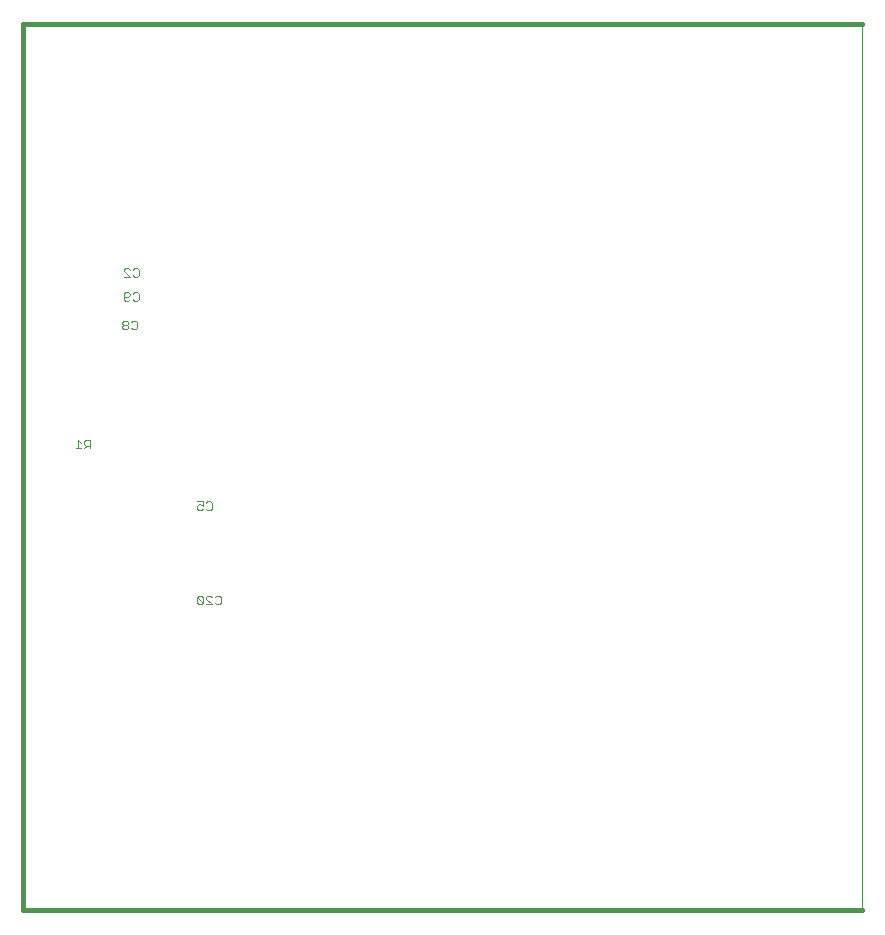
<source format=gbo>
G75*
%MOIN*%
%OFA0B0*%
%FSLAX25Y25*%
%IPPOS*%
%LPD*%
%AMOC8*
5,1,8,0,0,1.08239X$1,22.5*
%
%ADD10C,0.01600*%
%ADD11C,0.00100*%
%ADD12C,0.00300*%
D10*
X0027500Y0001800D02*
X0027500Y0297076D01*
X0307028Y0297076D01*
X0307028Y0001800D02*
X0027500Y0001800D01*
D11*
X0307028Y0001800D02*
X0307028Y0297076D01*
D12*
X0093190Y0106169D02*
X0093190Y0104234D01*
X0092706Y0103750D01*
X0091738Y0103750D01*
X0091255Y0104234D01*
X0090243Y0103750D02*
X0088308Y0105685D01*
X0088308Y0106169D01*
X0088792Y0106652D01*
X0089759Y0106652D01*
X0090243Y0106169D01*
X0091255Y0106169D02*
X0091738Y0106652D01*
X0092706Y0106652D01*
X0093190Y0106169D01*
X0090243Y0103750D02*
X0088308Y0103750D01*
X0087297Y0104234D02*
X0085362Y0106169D01*
X0085362Y0104234D01*
X0085845Y0103750D01*
X0086813Y0103750D01*
X0087297Y0104234D01*
X0087297Y0106169D01*
X0086813Y0106652D01*
X0085845Y0106652D01*
X0085362Y0106169D01*
X0085845Y0135250D02*
X0086813Y0135250D01*
X0087297Y0135734D01*
X0087297Y0136701D02*
X0086329Y0137185D01*
X0085845Y0137185D01*
X0085362Y0136701D01*
X0085362Y0135734D01*
X0085845Y0135250D01*
X0087297Y0136701D02*
X0087297Y0138152D01*
X0085362Y0138152D01*
X0088308Y0137669D02*
X0088792Y0138152D01*
X0089759Y0138152D01*
X0090243Y0137669D01*
X0090243Y0135734D01*
X0089759Y0135250D01*
X0088792Y0135250D01*
X0088308Y0135734D01*
X0049743Y0155750D02*
X0049743Y0158652D01*
X0048292Y0158652D01*
X0047808Y0158169D01*
X0047808Y0157201D01*
X0048292Y0156717D01*
X0049743Y0156717D01*
X0048776Y0156717D02*
X0047808Y0155750D01*
X0046797Y0155750D02*
X0044862Y0155750D01*
X0045829Y0155750D02*
X0045829Y0158652D01*
X0046797Y0157685D01*
X0060952Y0195450D02*
X0061920Y0195450D01*
X0062403Y0195934D01*
X0062403Y0196417D01*
X0061920Y0196901D01*
X0060952Y0196901D01*
X0060469Y0196417D01*
X0060469Y0195934D01*
X0060952Y0195450D01*
X0060952Y0196901D02*
X0060469Y0197385D01*
X0060469Y0197869D01*
X0060952Y0198352D01*
X0061920Y0198352D01*
X0062403Y0197869D01*
X0062403Y0197385D01*
X0061920Y0196901D01*
X0063415Y0195934D02*
X0063899Y0195450D01*
X0064866Y0195450D01*
X0065350Y0195934D01*
X0065350Y0197869D01*
X0064866Y0198352D01*
X0063899Y0198352D01*
X0063415Y0197869D01*
X0064399Y0204950D02*
X0063915Y0205434D01*
X0064399Y0204950D02*
X0065366Y0204950D01*
X0065850Y0205434D01*
X0065850Y0207369D01*
X0065366Y0207852D01*
X0064399Y0207852D01*
X0063915Y0207369D01*
X0062903Y0207369D02*
X0062903Y0206885D01*
X0062420Y0206401D01*
X0060969Y0206401D01*
X0060969Y0205434D02*
X0060969Y0207369D01*
X0061452Y0207852D01*
X0062420Y0207852D01*
X0062903Y0207369D01*
X0062903Y0205434D02*
X0062420Y0204950D01*
X0061452Y0204950D01*
X0060969Y0205434D01*
X0060969Y0212950D02*
X0062903Y0212950D01*
X0060969Y0214885D01*
X0060969Y0215369D01*
X0061452Y0215852D01*
X0062420Y0215852D01*
X0062903Y0215369D01*
X0063915Y0215369D02*
X0064399Y0215852D01*
X0065366Y0215852D01*
X0065850Y0215369D01*
X0065850Y0213434D01*
X0065366Y0212950D01*
X0064399Y0212950D01*
X0063915Y0213434D01*
M02*

</source>
